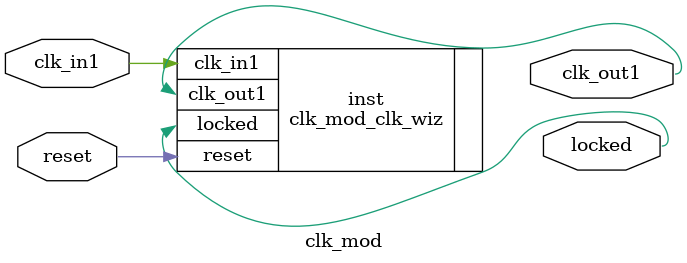
<source format=v>


`timescale 1ps/1ps

(* CORE_GENERATION_INFO = "clk_mod,clk_wiz_v5_4_1_0,{component_name=clk_mod,use_phase_alignment=true,use_min_o_jitter=false,use_max_i_jitter=false,use_dyn_phase_shift=false,use_inclk_switchover=false,use_dyn_reconfig=false,enable_axi=0,feedback_source=FDBK_AUTO,PRIMITIVE=MMCM,num_out_clk=1,clkin1_period=10.000,clkin2_period=10.000,use_power_down=false,use_reset=true,use_locked=true,use_inclk_stopped=false,feedback_type=SINGLE,CLOCK_MGR_TYPE=NA,manual_override=false}" *)

module clk_mod 
 (
  // Clock out ports
  output        clk_out1,
  // Status and control signals
  input         reset,
  output        locked,
 // Clock in ports
  input         clk_in1
 );

  clk_mod_clk_wiz inst
  (
  // Clock out ports  
  .clk_out1(clk_out1),
  // Status and control signals               
  .reset(reset), 
  .locked(locked),
 // Clock in ports
  .clk_in1(clk_in1)
  );

endmodule

</source>
